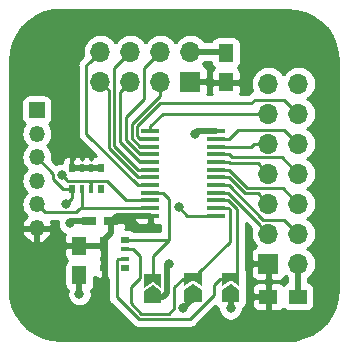
<source format=gbr>
G04 #@! TF.GenerationSoftware,KiCad,Pcbnew,5.0.0*
G04 #@! TF.CreationDate,2018-09-18T18:54:09-07:00*
G04 #@! TF.ProjectId,gpio-expander,6770696F2D657870616E6465722E6B69,rev?*
G04 #@! TF.SameCoordinates,Original*
G04 #@! TF.FileFunction,Copper,L1,Top,Signal*
G04 #@! TF.FilePolarity,Positive*
%FSLAX46Y46*%
G04 Gerber Fmt 4.6, Leading zero omitted, Abs format (unit mm)*
G04 Created by KiCad (PCBNEW 5.0.0) date Tue Sep 18 18:54:09 2018*
%MOMM*%
%LPD*%
G01*
G04 APERTURE LIST*
G04 #@! TA.AperFunction,SMDPad,CuDef*
%ADD10R,1.250000X1.500000*%
G04 #@! TD*
G04 #@! TA.AperFunction,ComponentPad*
%ADD11R,1.700000X1.700000*%
G04 #@! TD*
G04 #@! TA.AperFunction,ComponentPad*
%ADD12O,1.700000X1.700000*%
G04 #@! TD*
G04 #@! TA.AperFunction,SMDPad,CuDef*
%ADD13R,1.200000X0.750000*%
G04 #@! TD*
G04 #@! TA.AperFunction,SMDPad,CuDef*
%ADD14R,1.500000X1.250000*%
G04 #@! TD*
G04 #@! TA.AperFunction,ComponentPad*
%ADD15R,1.350000X1.350000*%
G04 #@! TD*
G04 #@! TA.AperFunction,ComponentPad*
%ADD16O,1.350000X1.350000*%
G04 #@! TD*
G04 #@! TA.AperFunction,SMDPad,CuDef*
%ADD17R,1.600000X0.300000*%
G04 #@! TD*
G04 #@! TA.AperFunction,SMDPad,CuDef*
%ADD18R,0.800000X0.500000*%
G04 #@! TD*
G04 #@! TA.AperFunction,SMDPad,CuDef*
%ADD19R,0.800000X0.400000*%
G04 #@! TD*
G04 #@! TA.AperFunction,SMDPad,CuDef*
%ADD20R,0.500000X0.800000*%
G04 #@! TD*
G04 #@! TA.AperFunction,SMDPad,CuDef*
%ADD21R,0.400000X0.800000*%
G04 #@! TD*
G04 #@! TA.AperFunction,SMDPad,CuDef*
%ADD22C,0.300000*%
G04 #@! TD*
G04 #@! TA.AperFunction,Conductor*
%ADD23C,0.100000*%
G04 #@! TD*
G04 #@! TA.AperFunction,ViaPad*
%ADD24C,0.800000*%
G04 #@! TD*
G04 #@! TA.AperFunction,Conductor*
%ADD25C,0.500000*%
G04 #@! TD*
G04 #@! TA.AperFunction,Conductor*
%ADD26C,0.250000*%
G04 #@! TD*
G04 #@! TA.AperFunction,Conductor*
%ADD27C,0.254000*%
G04 #@! TD*
G04 APERTURE END LIST*
D10*
G04 #@! TO.P,C4,1*
G04 #@! TO.N,+3V3*
X149600000Y-91450000D03*
G04 #@! TO.P,C4,2*
G04 #@! TO.N,GND*
X149600000Y-88950000D03*
G04 #@! TD*
D11*
G04 #@! TO.P,J2,1*
G04 #@! TO.N,+3V3*
X153200000Y-106800000D03*
D12*
G04 #@! TO.P,J2,2*
G04 #@! TO.N,GND*
X155740000Y-106800000D03*
G04 #@! TO.P,J2,3*
G04 #@! TO.N,/P00*
X153200000Y-104260000D03*
G04 #@! TO.P,J2,4*
G04 #@! TO.N,/P01*
X155740000Y-104260000D03*
G04 #@! TO.P,J2,5*
G04 #@! TO.N,/P02*
X153200000Y-101720000D03*
G04 #@! TO.P,J2,6*
G04 #@! TO.N,/P03*
X155740000Y-101720000D03*
G04 #@! TO.P,J2,7*
G04 #@! TO.N,/P04*
X153200000Y-99180000D03*
G04 #@! TO.P,J2,8*
G04 #@! TO.N,/P05*
X155740000Y-99180000D03*
G04 #@! TO.P,J2,9*
G04 #@! TO.N,/P06*
X153200000Y-96640000D03*
G04 #@! TO.P,J2,10*
G04 #@! TO.N,/P07*
X155740000Y-96640000D03*
G04 #@! TO.P,J2,11*
G04 #@! TO.N,/P10*
X153200000Y-94100000D03*
G04 #@! TO.P,J2,12*
G04 #@! TO.N,/P11*
X155740000Y-94100000D03*
G04 #@! TO.P,J2,13*
G04 #@! TO.N,GND*
X153200000Y-91560000D03*
G04 #@! TO.P,J2,14*
X155740000Y-91560000D03*
G04 #@! TD*
D13*
G04 #@! TO.P,C1,1*
G04 #@! TO.N,+3V3*
X139900000Y-103200000D03*
G04 #@! TO.P,C1,2*
G04 #@! TO.N,GND*
X138000000Y-103200000D03*
G04 #@! TD*
D10*
G04 #@! TO.P,C3,2*
G04 #@! TO.N,GND*
X137200000Y-107800000D03*
G04 #@! TO.P,C3,1*
G04 #@! TO.N,+3V3*
X137200000Y-105300000D03*
G04 #@! TD*
D14*
G04 #@! TO.P,C2,1*
G04 #@! TO.N,+3V3*
X153200000Y-109600000D03*
G04 #@! TO.P,C2,2*
G04 #@! TO.N,GND*
X155700000Y-109600000D03*
G04 #@! TD*
D15*
G04 #@! TO.P,J1,1*
G04 #@! TO.N,GND*
X133600000Y-93800000D03*
D16*
G04 #@! TO.P,J1,2*
X133600000Y-95800000D03*
G04 #@! TO.P,J1,3*
G04 #@! TO.N,/~INT*
X133600000Y-97800000D03*
G04 #@! TO.P,J1,4*
G04 #@! TO.N,/SCL*
X133600000Y-99800000D03*
G04 #@! TO.P,J1,5*
G04 #@! TO.N,/SDA*
X133600000Y-101800000D03*
G04 #@! TO.P,J1,6*
G04 #@! TO.N,+3V3*
X133600000Y-103800000D03*
G04 #@! TD*
D17*
G04 #@! TO.P,U1,24*
G04 #@! TO.N,+3V3*
X143200000Y-102750000D03*
G04 #@! TO.P,U1,1*
G04 #@! TO.N,/~INT*
X148800000Y-102750000D03*
G04 #@! TO.P,U1,23*
G04 #@! TO.N,/SDA*
X143200000Y-102100000D03*
G04 #@! TO.P,U1,2*
G04 #@! TO.N,/A1*
X148800000Y-102100000D03*
G04 #@! TO.P,U1,22*
G04 #@! TO.N,/SCL*
X143200000Y-101450000D03*
G04 #@! TO.P,U1,3*
G04 #@! TO.N,/A2*
X148800000Y-101450000D03*
G04 #@! TO.P,U1,21*
G04 #@! TO.N,/A0*
X143200000Y-100800000D03*
G04 #@! TO.P,U1,4*
G04 #@! TO.N,/P00*
X148800000Y-100800000D03*
G04 #@! TO.P,U1,20*
G04 #@! TO.N,/P17*
X143200000Y-100150000D03*
G04 #@! TO.P,U1,5*
G04 #@! TO.N,/P01*
X148800000Y-100150000D03*
G04 #@! TO.P,U1,19*
G04 #@! TO.N,/P16*
X143200000Y-99500000D03*
G04 #@! TO.P,U1,6*
G04 #@! TO.N,/P02*
X148800000Y-99500000D03*
G04 #@! TO.P,U1,18*
G04 #@! TO.N,/P15*
X143200000Y-98850000D03*
G04 #@! TO.P,U1,7*
G04 #@! TO.N,/P03*
X148800000Y-98850000D03*
G04 #@! TO.P,U1,17*
G04 #@! TO.N,/P14*
X143200000Y-98200000D03*
G04 #@! TO.P,U1,8*
G04 #@! TO.N,/P04*
X148800000Y-98200000D03*
G04 #@! TO.P,U1,16*
G04 #@! TO.N,/P13*
X143200000Y-97550000D03*
G04 #@! TO.P,U1,9*
G04 #@! TO.N,/P05*
X148800000Y-97550000D03*
G04 #@! TO.P,U1,15*
G04 #@! TO.N,/P12*
X143200000Y-96900000D03*
G04 #@! TO.P,U1,10*
G04 #@! TO.N,/P06*
X148800000Y-96900000D03*
G04 #@! TO.P,U1,14*
G04 #@! TO.N,/P11*
X143200000Y-96250000D03*
G04 #@! TO.P,U1,11*
G04 #@! TO.N,/P07*
X148800000Y-96250000D03*
G04 #@! TO.P,U1,13*
G04 #@! TO.N,/P10*
X143200000Y-95600000D03*
G04 #@! TO.P,U1,12*
G04 #@! TO.N,GND*
X148800000Y-95600000D03*
G04 #@! TD*
D11*
G04 #@! TO.P,J3,1*
G04 #@! TO.N,+3V3*
X146600000Y-91400000D03*
D12*
G04 #@! TO.P,J3,2*
G04 #@! TO.N,GND*
X146600000Y-88860000D03*
G04 #@! TO.P,J3,3*
G04 #@! TO.N,/P12*
X144060000Y-91400000D03*
G04 #@! TO.P,J3,4*
G04 #@! TO.N,/P13*
X144060000Y-88860000D03*
G04 #@! TO.P,J3,5*
G04 #@! TO.N,/P14*
X141520000Y-91400000D03*
G04 #@! TO.P,J3,6*
G04 #@! TO.N,/P15*
X141520000Y-88860000D03*
G04 #@! TO.P,J3,7*
G04 #@! TO.N,/P16*
X138980000Y-91400000D03*
G04 #@! TO.P,J3,8*
G04 #@! TO.N,/P17*
X138980000Y-88860000D03*
G04 #@! TD*
D18*
G04 #@! TO.P,RN2,5*
G04 #@! TO.N,Net-(RN2-Pad5)*
X141100000Y-107200000D03*
D19*
G04 #@! TO.P,RN2,6*
G04 #@! TO.N,/A2*
X141100000Y-106400000D03*
D18*
G04 #@! TO.P,RN2,8*
G04 #@! TO.N,/A0*
X141100000Y-104800000D03*
D19*
G04 #@! TO.P,RN2,7*
G04 #@! TO.N,/A1*
X141100000Y-105600000D03*
D18*
G04 #@! TO.P,RN2,4*
G04 #@! TO.N,+3V3*
X139300000Y-107200000D03*
D19*
G04 #@! TO.P,RN2,2*
X139300000Y-105600000D03*
G04 #@! TO.P,RN2,3*
X139300000Y-106400000D03*
D18*
G04 #@! TO.P,RN2,1*
X139300000Y-104800000D03*
G04 #@! TD*
D20*
G04 #@! TO.P,RN1,1*
G04 #@! TO.N,/~INT*
X136600000Y-100500000D03*
D21*
G04 #@! TO.P,RN1,3*
G04 #@! TO.N,/SCL*
X138200000Y-100500000D03*
G04 #@! TO.P,RN1,2*
G04 #@! TO.N,/SDA*
X137400000Y-100500000D03*
D20*
G04 #@! TO.P,RN1,4*
G04 #@! TO.N,Net-(RN1-Pad4)*
X139000000Y-100500000D03*
D21*
G04 #@! TO.P,RN1,7*
G04 #@! TO.N,+3V3*
X137400000Y-98700000D03*
D20*
G04 #@! TO.P,RN1,8*
X136600000Y-98700000D03*
D21*
G04 #@! TO.P,RN1,6*
X138200000Y-98700000D03*
D20*
G04 #@! TO.P,RN1,5*
X139000000Y-98700000D03*
G04 #@! TD*
D22*
G04 #@! TO.P,JP3,2*
G04 #@! TO.N,/A0*
X143400000Y-108200000D03*
D23*
G04 #@! TD*
G04 #@! TO.N,/A0*
G04 #@! TO.C,JP3*
G36*
X144150000Y-107700000D02*
X144150000Y-108850000D01*
X143400000Y-108350000D01*
X142650000Y-108850000D01*
X142650000Y-107700000D01*
X144150000Y-107700000D01*
X144150000Y-107700000D01*
G37*
D22*
G04 #@! TO.P,JP3,1*
G04 #@! TO.N,GND*
X143400000Y-109650000D03*
D23*
G04 #@! TD*
G04 #@! TO.N,GND*
G04 #@! TO.C,JP3*
G36*
X143400000Y-108650000D02*
X144150000Y-109150000D01*
X144150000Y-110150000D01*
X142650000Y-110150000D01*
X142650000Y-109150000D01*
X143400000Y-108650000D01*
X143400000Y-108650000D01*
G37*
D22*
G04 #@! TO.P,JP2,1*
G04 #@! TO.N,GND*
X146800000Y-109525000D03*
D23*
G04 #@! TD*
G04 #@! TO.N,GND*
G04 #@! TO.C,JP2*
G36*
X146800000Y-108525000D02*
X147550000Y-109025000D01*
X147550000Y-110025000D01*
X146050000Y-110025000D01*
X146050000Y-109025000D01*
X146800000Y-108525000D01*
X146800000Y-108525000D01*
G37*
D22*
G04 #@! TO.P,JP2,2*
G04 #@! TO.N,/A1*
X146800000Y-108075000D03*
D23*
G04 #@! TD*
G04 #@! TO.N,/A1*
G04 #@! TO.C,JP2*
G36*
X147550000Y-107575000D02*
X147550000Y-108725000D01*
X146800000Y-108225000D01*
X146050000Y-108725000D01*
X146050000Y-107575000D01*
X147550000Y-107575000D01*
X147550000Y-107575000D01*
G37*
D22*
G04 #@! TO.P,JP1,2*
G04 #@! TO.N,/A2*
X150000000Y-108075000D03*
D23*
G04 #@! TD*
G04 #@! TO.N,/A2*
G04 #@! TO.C,JP1*
G36*
X150750000Y-107575000D02*
X150750000Y-108725000D01*
X150000000Y-108225000D01*
X149250000Y-108725000D01*
X149250000Y-107575000D01*
X150750000Y-107575000D01*
X150750000Y-107575000D01*
G37*
D22*
G04 #@! TO.P,JP1,1*
G04 #@! TO.N,GND*
X150000000Y-109525000D03*
D23*
G04 #@! TD*
G04 #@! TO.N,GND*
G04 #@! TO.C,JP1*
G36*
X150000000Y-108525000D02*
X150750000Y-109025000D01*
X150750000Y-110025000D01*
X149250000Y-110025000D01*
X149250000Y-109025000D01*
X150000000Y-108525000D01*
X150000000Y-108525000D01*
G37*
D24*
G04 #@! TO.N,GND*
X147000000Y-95800000D03*
X146000000Y-110600000D03*
X144800000Y-106800000D03*
X136400000Y-103400000D03*
X150000000Y-110600000D03*
X137200000Y-109400000D03*
G04 #@! TO.N,/~INT*
X145600000Y-102000000D03*
X136086133Y-101746450D03*
G04 #@! TO.N,/SCL*
X135718978Y-99322499D03*
G04 #@! TD*
D25*
G04 #@! TO.N,GND*
X148800000Y-95600000D02*
X147200000Y-95600000D01*
X147200000Y-95600000D02*
X147000000Y-95800000D01*
X146800000Y-109525000D02*
X146800000Y-109800000D01*
X146800000Y-109800000D02*
X146000000Y-110600000D01*
X144600010Y-106999990D02*
X144800000Y-106800000D01*
X144600010Y-109299990D02*
X144600010Y-106999990D01*
X143400000Y-109650000D02*
X144250000Y-109650000D01*
X144250000Y-109650000D02*
X144600010Y-109299990D01*
X138000000Y-103200000D02*
X136600000Y-103200000D01*
X136600000Y-103200000D02*
X136400000Y-103400000D01*
X150075000Y-109600000D02*
X150000000Y-109525000D01*
X150000000Y-109525000D02*
X150000000Y-110600000D01*
X155700000Y-106840000D02*
X155740000Y-106800000D01*
X155700000Y-109600000D02*
X155700000Y-106840000D01*
X149510000Y-88860000D02*
X149600000Y-88950000D01*
X146600000Y-88860000D02*
X149510000Y-88860000D01*
X137200000Y-107800000D02*
X137200000Y-109400000D01*
G04 #@! TO.N,+3V3*
X140350000Y-102750000D02*
X139900000Y-103200000D01*
X143200000Y-102750000D02*
X140350000Y-102750000D01*
X139900000Y-104200000D02*
X139300000Y-104800000D01*
X139900000Y-103200000D02*
X139900000Y-104200000D01*
X139300000Y-105600000D02*
X139300000Y-106400000D01*
X139300000Y-106400000D02*
X139300000Y-107200000D01*
X139200000Y-105300000D02*
X139300000Y-105200000D01*
X137200000Y-105300000D02*
X139200000Y-105300000D01*
X139300000Y-104800000D02*
X139300000Y-105200000D01*
X139300000Y-105200000D02*
X139300000Y-105600000D01*
X139000000Y-98700000D02*
X138200000Y-98700000D01*
X138200000Y-98700000D02*
X137400000Y-98700000D01*
X137400000Y-98700000D02*
X136600000Y-98700000D01*
D26*
G04 #@! TO.N,/P00*
X153200000Y-104260000D02*
X152350001Y-103410001D01*
X149800000Y-100800000D02*
X148800000Y-100800000D01*
X152350001Y-103350001D02*
X149800000Y-100800000D01*
X149850000Y-100800000D02*
X149800000Y-100800000D01*
X152350001Y-103410001D02*
X152350001Y-103350001D01*
G04 #@! TO.N,/P01*
X149850000Y-100150000D02*
X148800000Y-100150000D01*
X152784999Y-103084999D02*
X149850000Y-100150000D01*
X154564999Y-103084999D02*
X152784999Y-103084999D01*
X155740000Y-104260000D02*
X154564999Y-103084999D01*
G04 #@! TO.N,/P02*
X149850000Y-99500000D02*
X148800000Y-99500000D01*
X153200000Y-101720000D02*
X152350001Y-100870001D01*
X151220001Y-100870001D02*
X149850000Y-99500000D01*
X152350001Y-100870001D02*
X151220001Y-100870001D01*
G04 #@! TO.N,/P03*
X149850000Y-98850000D02*
X148800000Y-98850000D01*
X151400000Y-100400000D02*
X149850000Y-98850000D01*
X154420000Y-100400000D02*
X151400000Y-100400000D01*
X155740000Y-101720000D02*
X154420000Y-100400000D01*
G04 #@! TO.N,/P04*
X149850000Y-98200000D02*
X148800000Y-98200000D01*
X149980001Y-98330001D02*
X149850000Y-98200000D01*
X152350001Y-98330001D02*
X149980001Y-98330001D01*
X153200000Y-99180000D02*
X152350001Y-98330001D01*
G04 #@! TO.N,/P05*
X155740000Y-99180000D02*
X154375001Y-97815001D01*
X154375001Y-97815001D02*
X150115001Y-97815001D01*
X149850000Y-97550000D02*
X148800000Y-97550000D01*
X150115001Y-97815001D02*
X149850000Y-97550000D01*
G04 #@! TO.N,/P06*
X149850000Y-96900000D02*
X148800000Y-96900000D01*
X151997919Y-96640000D02*
X151737919Y-96900000D01*
X151737919Y-96900000D02*
X149850000Y-96900000D01*
X153200000Y-96640000D02*
X151997919Y-96640000D01*
G04 #@! TO.N,/P07*
X149850000Y-96250000D02*
X148800000Y-96250000D01*
X154564999Y-95464999D02*
X150635001Y-95464999D01*
X150635001Y-95464999D02*
X149850000Y-96250000D01*
X155740000Y-96640000D02*
X154564999Y-95464999D01*
G04 #@! TO.N,/P10*
X143200000Y-95200000D02*
X143200000Y-95600000D01*
X144300000Y-94100000D02*
X143200000Y-95200000D01*
X144300000Y-94100000D02*
X153200000Y-94100000D01*
G04 #@! TO.N,/P11*
X142350033Y-96250000D02*
X143200000Y-96250000D01*
X144014989Y-93250009D02*
X142074999Y-95189999D01*
X142074999Y-95974966D02*
X142350033Y-96250000D01*
X142074999Y-95189999D02*
X142074999Y-95974966D01*
X154564999Y-92924999D02*
X152075001Y-92924999D01*
X155740000Y-94100000D02*
X154564999Y-92924999D01*
X151749991Y-93250009D02*
X144014989Y-93250009D01*
X152075001Y-92924999D02*
X151749991Y-93250009D01*
G04 #@! TO.N,/P12*
X143200000Y-96900000D02*
X142328587Y-96900000D01*
X141624988Y-96196401D02*
X141624988Y-95003599D01*
X142328587Y-96900000D02*
X141624988Y-96196401D01*
X141624990Y-95003598D02*
X143828589Y-92799999D01*
X141624988Y-95003599D02*
X141624990Y-95003598D01*
X143862082Y-92799999D02*
X144060000Y-92602081D01*
X144060000Y-92602081D02*
X144060000Y-91400000D01*
X143828589Y-92799999D02*
X143862082Y-92799999D01*
G04 #@! TO.N,/P13*
X141174977Y-96382800D02*
X141174977Y-94388612D01*
X143200000Y-97550000D02*
X142342177Y-97550000D01*
X142342177Y-97550000D02*
X141174977Y-96382800D01*
X143210001Y-89709999D02*
X144060000Y-88860000D01*
X142695001Y-90224999D02*
X143210001Y-89709999D01*
X142695001Y-92868588D02*
X142695001Y-90224999D01*
X141174977Y-94388612D02*
X142695001Y-92868588D01*
G04 #@! TO.N,/P14*
X140670001Y-92249999D02*
X141520000Y-91400000D01*
X140670001Y-96514253D02*
X140670001Y-92249999D01*
X142355748Y-98200000D02*
X140670001Y-96514253D01*
X143200000Y-98200000D02*
X142355748Y-98200000D01*
G04 #@! TO.N,/P15*
X143200000Y-98850000D02*
X142369338Y-98850000D01*
X140155001Y-96855001D02*
X142150000Y-98850000D01*
X142150000Y-98850000D02*
X143200000Y-98850000D01*
X141520000Y-88860000D02*
X140155001Y-90224999D01*
X140155001Y-90224999D02*
X140155001Y-96855001D01*
G04 #@! TO.N,/P16*
X143200000Y-99500000D02*
X142150000Y-99500000D01*
X139704991Y-92124991D02*
X138980000Y-91400000D01*
X142150000Y-99486410D02*
X139704991Y-97041401D01*
X139704991Y-97041401D02*
X139704991Y-92124991D01*
X142150000Y-99500000D02*
X142150000Y-99486410D01*
G04 #@! TO.N,/P17*
X137804999Y-90035001D02*
X138130001Y-89709999D01*
X138130001Y-89709999D02*
X138980000Y-88860000D01*
X137804999Y-95804999D02*
X137804999Y-90035001D01*
X142150000Y-100150000D02*
X137804999Y-95804999D01*
X143200000Y-100150000D02*
X142150000Y-100150000D01*
G04 #@! TO.N,/~INT*
X148800000Y-102750000D02*
X146350000Y-102750000D01*
X146350000Y-102750000D02*
X145600000Y-102000000D01*
X136600000Y-100500000D02*
X136600000Y-101232583D01*
X136600000Y-101232583D02*
X136486132Y-101346451D01*
X136486132Y-101346451D02*
X136086133Y-101746450D01*
X133600000Y-97800000D02*
X134993977Y-99193977D01*
X135823477Y-100500000D02*
X136600000Y-100500000D01*
X134993977Y-99670500D02*
X135823477Y-100500000D01*
X134993977Y-99193977D02*
X134993977Y-99670500D01*
G04 #@! TO.N,/SDA*
X137400000Y-100926998D02*
X137400000Y-100500000D01*
X134274999Y-102474999D02*
X133600000Y-101800000D01*
X137400000Y-100500000D02*
X137400000Y-102000000D01*
X136525001Y-102474999D02*
X136000000Y-102474999D01*
X136925001Y-102474999D02*
X136000000Y-102474999D01*
X136000000Y-102474999D02*
X134274999Y-102474999D01*
X143200000Y-102100000D02*
X137300000Y-102100000D01*
X137300000Y-102100000D02*
X137200000Y-102200000D01*
X137400000Y-102000000D02*
X137200000Y-102200000D01*
X137200000Y-102200000D02*
X136925001Y-102474999D01*
G04 #@! TO.N,/SCL*
X138275001Y-99774999D02*
X138200000Y-99850000D01*
X139510001Y-99774999D02*
X138275001Y-99774999D01*
X141185002Y-101450000D02*
X139510001Y-99774999D01*
X143200000Y-101450000D02*
X141185002Y-101450000D01*
X138200000Y-99850000D02*
X138200000Y-100000000D01*
X138200000Y-100000000D02*
X138200000Y-100500000D01*
X136171478Y-99774999D02*
X136118977Y-99722498D01*
X136118977Y-99722498D02*
X135718978Y-99322499D01*
X137974999Y-99774999D02*
X136171478Y-99774999D01*
X138200000Y-100000000D02*
X137974999Y-99774999D01*
G04 #@! TO.N,/A2*
X140374999Y-106475001D02*
X140450000Y-106400000D01*
X140374999Y-109647821D02*
X140374999Y-106475001D01*
X140450000Y-106400000D02*
X141100000Y-106400000D01*
X150000000Y-108075000D02*
X149150000Y-108075000D01*
X142227200Y-111500022D02*
X140374999Y-109647821D01*
X148600000Y-108625000D02*
X148600000Y-109434636D01*
X148600000Y-109434636D02*
X146534614Y-111500022D01*
X149150000Y-108075000D02*
X148600000Y-108625000D01*
X146534614Y-111500022D02*
X142227200Y-111500022D01*
X148800000Y-101450000D02*
X149813590Y-101450000D01*
X150570710Y-102207120D02*
X150570710Y-107504290D01*
X150570710Y-107504290D02*
X150000000Y-108075000D01*
X149813590Y-101450000D02*
X150570710Y-102207120D01*
G04 #@! TO.N,/A1*
X141549989Y-110186400D02*
X142413600Y-111050011D01*
X145250011Y-110586400D02*
X145250011Y-108774989D01*
X145250011Y-108774989D02*
X145950000Y-108075000D01*
X142413600Y-111050011D02*
X144786400Y-111050011D01*
X141549989Y-108813600D02*
X141549989Y-110186400D01*
X141750000Y-105600000D02*
X142324990Y-106174990D01*
X145950000Y-108075000D02*
X146800000Y-108075000D01*
X144786400Y-111050011D02*
X145250011Y-110586400D01*
X141100000Y-105600000D02*
X141750000Y-105600000D01*
X142324990Y-108038599D02*
X141549989Y-108813600D01*
X142324990Y-106174990D02*
X142324990Y-108038599D01*
X149925001Y-102197821D02*
X149925001Y-104949999D01*
X149925001Y-104949999D02*
X147370710Y-107504290D01*
X147370710Y-107504290D02*
X146800000Y-108075000D01*
X149827180Y-102100000D02*
X149925001Y-102197821D01*
X148800000Y-102100000D02*
X149827180Y-102100000D01*
G04 #@! TO.N,/A0*
X143200000Y-100800000D02*
X144250000Y-100800000D01*
X144250000Y-100800000D02*
X144800000Y-101350000D01*
X141750000Y-104800000D02*
X144800000Y-104800000D01*
X141100000Y-104800000D02*
X141750000Y-104800000D01*
X144800000Y-101350000D02*
X144800000Y-104800000D01*
X143400000Y-107600000D02*
X143400000Y-108200000D01*
X144800000Y-104800000D02*
X143400000Y-106200000D01*
X143400000Y-106200000D02*
X143400000Y-107600000D01*
G04 #@! TD*
D27*
G04 #@! TO.N,+3V3*
G36*
X155559192Y-85380578D02*
X156294389Y-85581705D01*
X156982351Y-85909846D01*
X157601331Y-86354628D01*
X158131761Y-86901988D01*
X158556884Y-87534639D01*
X158863251Y-88232561D01*
X159042499Y-88979183D01*
X159090001Y-89626044D01*
X159090000Y-108968382D01*
X159019422Y-109759193D01*
X158818295Y-110494389D01*
X158490152Y-111182355D01*
X158045374Y-111801328D01*
X157498012Y-112331761D01*
X156865362Y-112756883D01*
X156167439Y-113063251D01*
X155420819Y-113242499D01*
X154773970Y-113290000D01*
X135631618Y-113290000D01*
X134840807Y-113219422D01*
X134105611Y-113018295D01*
X133417645Y-112690152D01*
X132798672Y-112245374D01*
X132268239Y-111698012D01*
X131843117Y-111065362D01*
X131536749Y-110367439D01*
X131357501Y-109620819D01*
X131310000Y-108973970D01*
X131310000Y-104129400D01*
X132332090Y-104129400D01*
X132362762Y-104230528D01*
X132470527Y-104463629D01*
X132621697Y-104671227D01*
X132810463Y-104845344D01*
X133029570Y-104979289D01*
X133270599Y-105067915D01*
X133473000Y-104945085D01*
X133473000Y-103927000D01*
X133727000Y-103927000D01*
X133727000Y-104945085D01*
X133929401Y-105067915D01*
X134170430Y-104979289D01*
X134389537Y-104845344D01*
X134578303Y-104671227D01*
X134729473Y-104463629D01*
X134837238Y-104230528D01*
X134867910Y-104129400D01*
X134744224Y-103927000D01*
X133727000Y-103927000D01*
X133473000Y-103927000D01*
X132455776Y-103927000D01*
X132332090Y-104129400D01*
X131310000Y-104129400D01*
X131310000Y-95800000D01*
X132283662Y-95800000D01*
X132308955Y-96056805D01*
X132383862Y-96303741D01*
X132505505Y-96531318D01*
X132669208Y-96730792D01*
X132753539Y-96800000D01*
X132669208Y-96869208D01*
X132505505Y-97068682D01*
X132383862Y-97296259D01*
X132308955Y-97543195D01*
X132283662Y-97800000D01*
X132308955Y-98056805D01*
X132383862Y-98303741D01*
X132505505Y-98531318D01*
X132669208Y-98730792D01*
X132753539Y-98800000D01*
X132669208Y-98869208D01*
X132505505Y-99068682D01*
X132383862Y-99296259D01*
X132308955Y-99543195D01*
X132283662Y-99800000D01*
X132308955Y-100056805D01*
X132383862Y-100303741D01*
X132505505Y-100531318D01*
X132669208Y-100730792D01*
X132753539Y-100800000D01*
X132669208Y-100869208D01*
X132505505Y-101068682D01*
X132383862Y-101296259D01*
X132308955Y-101543195D01*
X132283662Y-101800000D01*
X132308955Y-102056805D01*
X132383862Y-102303741D01*
X132505505Y-102531318D01*
X132669208Y-102730792D01*
X132757648Y-102803372D01*
X132621697Y-102928773D01*
X132470527Y-103136371D01*
X132362762Y-103369472D01*
X132332090Y-103470600D01*
X132455776Y-103673000D01*
X133473000Y-103673000D01*
X133473000Y-103653000D01*
X133727000Y-103653000D01*
X133727000Y-103673000D01*
X134744224Y-103673000D01*
X134867910Y-103470600D01*
X134837238Y-103369472D01*
X134775070Y-103234999D01*
X135377544Y-103234999D01*
X135365000Y-103298061D01*
X135365000Y-103501939D01*
X135404774Y-103701898D01*
X135482795Y-103890256D01*
X135596063Y-104059774D01*
X135740226Y-104203937D01*
X135909744Y-104317205D01*
X135973217Y-104343497D01*
X135964403Y-104364777D01*
X135940000Y-104487458D01*
X135940000Y-105014250D01*
X136098750Y-105173000D01*
X137073000Y-105173000D01*
X137073000Y-105153000D01*
X137327000Y-105153000D01*
X137327000Y-105173000D01*
X137347000Y-105173000D01*
X137347000Y-105427000D01*
X137327000Y-105427000D01*
X137327000Y-105447000D01*
X137073000Y-105447000D01*
X137073000Y-105427000D01*
X136098750Y-105427000D01*
X135940000Y-105585750D01*
X135940000Y-106112542D01*
X135964403Y-106235223D01*
X136012270Y-106350785D01*
X136081763Y-106454789D01*
X136170211Y-106543237D01*
X136181966Y-106551092D01*
X136123815Y-106598815D01*
X136044463Y-106695506D01*
X135985498Y-106805820D01*
X135949188Y-106925518D01*
X135936928Y-107050000D01*
X135936928Y-108550000D01*
X135949188Y-108674482D01*
X135985498Y-108794180D01*
X136044463Y-108904494D01*
X136123815Y-109001185D01*
X136214195Y-109075358D01*
X136204774Y-109098102D01*
X136165000Y-109298061D01*
X136165000Y-109501939D01*
X136204774Y-109701898D01*
X136282795Y-109890256D01*
X136396063Y-110059774D01*
X136540226Y-110203937D01*
X136709744Y-110317205D01*
X136898102Y-110395226D01*
X137098061Y-110435000D01*
X137301939Y-110435000D01*
X137501898Y-110395226D01*
X137690256Y-110317205D01*
X137859774Y-110203937D01*
X138003937Y-110059774D01*
X138117205Y-109890256D01*
X138195226Y-109701898D01*
X138235000Y-109501939D01*
X138235000Y-109298061D01*
X138195226Y-109098102D01*
X138185805Y-109075358D01*
X138276185Y-109001185D01*
X138355537Y-108904494D01*
X138414502Y-108794180D01*
X138450812Y-108674482D01*
X138463072Y-108550000D01*
X138463072Y-107911098D01*
X138495211Y-107943237D01*
X138599215Y-108012730D01*
X138714777Y-108060597D01*
X138837458Y-108085000D01*
X139014250Y-108085000D01*
X139173000Y-107926250D01*
X139173000Y-107325000D01*
X139153000Y-107325000D01*
X139153000Y-107096250D01*
X139173000Y-107076250D01*
X139173000Y-106473750D01*
X139153000Y-106453750D01*
X139153000Y-106300000D01*
X139173000Y-106300000D01*
X139173000Y-105700000D01*
X139153000Y-105700000D01*
X139153000Y-105546250D01*
X139173000Y-105526250D01*
X139173000Y-104923750D01*
X139153000Y-104903750D01*
X139153000Y-104675000D01*
X139173000Y-104675000D01*
X139173000Y-104653000D01*
X139427000Y-104653000D01*
X139427000Y-104675000D01*
X139447000Y-104675000D01*
X139447000Y-104903750D01*
X139427000Y-104923750D01*
X139427000Y-105526250D01*
X139447000Y-105546250D01*
X139447000Y-105700000D01*
X139427000Y-105700000D01*
X139427000Y-106300000D01*
X139447000Y-106300000D01*
X139447000Y-106453750D01*
X139427000Y-106473750D01*
X139427000Y-107076250D01*
X139447000Y-107096250D01*
X139447000Y-107325000D01*
X139427000Y-107325000D01*
X139427000Y-107926250D01*
X139585750Y-108085000D01*
X139614999Y-108085000D01*
X139614999Y-109610498D01*
X139611323Y-109647821D01*
X139614999Y-109685143D01*
X139614999Y-109685153D01*
X139625996Y-109796806D01*
X139659418Y-109906985D01*
X139669453Y-109940067D01*
X139740025Y-110072097D01*
X139772725Y-110111942D01*
X139834998Y-110187822D01*
X139864002Y-110211625D01*
X141663401Y-112011025D01*
X141687199Y-112040023D01*
X141802924Y-112134996D01*
X141934953Y-112205568D01*
X142078214Y-112249025D01*
X142189867Y-112260022D01*
X142189875Y-112260022D01*
X142227200Y-112263698D01*
X142264525Y-112260022D01*
X146497292Y-112260022D01*
X146534614Y-112263698D01*
X146571936Y-112260022D01*
X146571947Y-112260022D01*
X146683600Y-112249025D01*
X146826861Y-112205568D01*
X146958890Y-112134996D01*
X147074615Y-112040023D01*
X147098418Y-112011019D01*
X148724187Y-110385251D01*
X148798815Y-110476185D01*
X148895506Y-110555537D01*
X148965000Y-110592683D01*
X148965000Y-110701939D01*
X149004774Y-110901898D01*
X149082795Y-111090256D01*
X149196063Y-111259774D01*
X149340226Y-111403937D01*
X149509744Y-111517205D01*
X149698102Y-111595226D01*
X149898061Y-111635000D01*
X150101939Y-111635000D01*
X150301898Y-111595226D01*
X150490256Y-111517205D01*
X150659774Y-111403937D01*
X150803937Y-111259774D01*
X150917205Y-111090256D01*
X150995226Y-110901898D01*
X151035000Y-110701939D01*
X151035000Y-110592683D01*
X151104494Y-110555537D01*
X151201185Y-110476185D01*
X151280537Y-110379494D01*
X151339502Y-110269180D01*
X151375812Y-110149482D01*
X151388072Y-110025000D01*
X151388072Y-109885750D01*
X151815000Y-109885750D01*
X151815000Y-110287542D01*
X151839403Y-110410223D01*
X151887270Y-110525785D01*
X151956763Y-110629789D01*
X152045211Y-110718237D01*
X152149215Y-110787730D01*
X152264777Y-110835597D01*
X152387458Y-110860000D01*
X152914250Y-110860000D01*
X153073000Y-110701250D01*
X153073000Y-109727000D01*
X151973750Y-109727000D01*
X151815000Y-109885750D01*
X151388072Y-109885750D01*
X151388072Y-109025000D01*
X151376929Y-108912458D01*
X151815000Y-108912458D01*
X151815000Y-109314250D01*
X151973750Y-109473000D01*
X153073000Y-109473000D01*
X153073000Y-108498750D01*
X152914250Y-108340000D01*
X152387458Y-108340000D01*
X152264777Y-108364403D01*
X152149215Y-108412270D01*
X152045211Y-108481763D01*
X151956763Y-108570211D01*
X151887270Y-108674215D01*
X151839403Y-108789777D01*
X151815000Y-108912458D01*
X151376929Y-108912458D01*
X151375681Y-108899864D01*
X151368091Y-108874936D01*
X151375812Y-108849482D01*
X151388072Y-108725000D01*
X151388072Y-107575000D01*
X151375812Y-107450518D01*
X151339502Y-107330820D01*
X151330710Y-107314372D01*
X151330710Y-107085750D01*
X151715000Y-107085750D01*
X151715000Y-107712542D01*
X151739403Y-107835223D01*
X151787270Y-107950785D01*
X151856763Y-108054789D01*
X151945211Y-108143237D01*
X152049215Y-108212730D01*
X152164777Y-108260597D01*
X152287458Y-108285000D01*
X152914250Y-108285000D01*
X153073000Y-108126250D01*
X153073000Y-106927000D01*
X151873750Y-106927000D01*
X151715000Y-107085750D01*
X151330710Y-107085750D01*
X151330710Y-103405512D01*
X151663987Y-103738789D01*
X151715027Y-103834277D01*
X151749092Y-103875785D01*
X151760510Y-103889697D01*
X151736487Y-103968889D01*
X151707815Y-104260000D01*
X151736487Y-104551111D01*
X151821401Y-104831034D01*
X151959294Y-105089014D01*
X152144866Y-105315134D01*
X152172553Y-105337856D01*
X152164777Y-105339403D01*
X152049215Y-105387270D01*
X151945211Y-105456763D01*
X151856763Y-105545211D01*
X151787270Y-105649215D01*
X151739403Y-105764777D01*
X151715000Y-105887458D01*
X151715000Y-106514250D01*
X151873750Y-106673000D01*
X153073000Y-106673000D01*
X153073000Y-106653000D01*
X153327000Y-106653000D01*
X153327000Y-106673000D01*
X153347000Y-106673000D01*
X153347000Y-106927000D01*
X153327000Y-106927000D01*
X153327000Y-108126250D01*
X153485750Y-108285000D01*
X154112542Y-108285000D01*
X154235223Y-108260597D01*
X154350785Y-108212730D01*
X154454789Y-108143237D01*
X154543237Y-108054789D01*
X154612730Y-107950785D01*
X154660597Y-107835223D01*
X154662144Y-107827447D01*
X154684866Y-107855134D01*
X154815001Y-107961933D01*
X154815000Y-108352378D01*
X154705820Y-108385498D01*
X154595506Y-108444463D01*
X154498815Y-108523815D01*
X154451092Y-108581966D01*
X154443237Y-108570211D01*
X154354789Y-108481763D01*
X154250785Y-108412270D01*
X154135223Y-108364403D01*
X154012542Y-108340000D01*
X153485750Y-108340000D01*
X153327000Y-108498750D01*
X153327000Y-109473000D01*
X153347000Y-109473000D01*
X153347000Y-109727000D01*
X153327000Y-109727000D01*
X153327000Y-110701250D01*
X153485750Y-110860000D01*
X154012542Y-110860000D01*
X154135223Y-110835597D01*
X154250785Y-110787730D01*
X154354789Y-110718237D01*
X154443237Y-110629789D01*
X154451092Y-110618034D01*
X154498815Y-110676185D01*
X154595506Y-110755537D01*
X154705820Y-110814502D01*
X154825518Y-110850812D01*
X154950000Y-110863072D01*
X156450000Y-110863072D01*
X156574482Y-110850812D01*
X156694180Y-110814502D01*
X156804494Y-110755537D01*
X156901185Y-110676185D01*
X156980537Y-110579494D01*
X157039502Y-110469180D01*
X157075812Y-110349482D01*
X157088072Y-110225000D01*
X157088072Y-108975000D01*
X157075812Y-108850518D01*
X157039502Y-108730820D01*
X156980537Y-108620506D01*
X156901185Y-108523815D01*
X156804494Y-108444463D01*
X156694180Y-108385498D01*
X156585000Y-108352379D01*
X156585000Y-108027587D01*
X156795134Y-107855134D01*
X156980706Y-107629014D01*
X157118599Y-107371034D01*
X157203513Y-107091111D01*
X157232185Y-106800000D01*
X157203513Y-106508889D01*
X157118599Y-106228966D01*
X156980706Y-105970986D01*
X156795134Y-105744866D01*
X156569014Y-105559294D01*
X156514209Y-105530000D01*
X156569014Y-105500706D01*
X156795134Y-105315134D01*
X156980706Y-105089014D01*
X157118599Y-104831034D01*
X157203513Y-104551111D01*
X157232185Y-104260000D01*
X157203513Y-103968889D01*
X157118599Y-103688966D01*
X156980706Y-103430986D01*
X156795134Y-103204866D01*
X156569014Y-103019294D01*
X156514209Y-102990000D01*
X156569014Y-102960706D01*
X156795134Y-102775134D01*
X156980706Y-102549014D01*
X157118599Y-102291034D01*
X157203513Y-102011111D01*
X157232185Y-101720000D01*
X157203513Y-101428889D01*
X157118599Y-101148966D01*
X156980706Y-100890986D01*
X156795134Y-100664866D01*
X156569014Y-100479294D01*
X156514209Y-100450000D01*
X156569014Y-100420706D01*
X156795134Y-100235134D01*
X156980706Y-100009014D01*
X157118599Y-99751034D01*
X157203513Y-99471111D01*
X157232185Y-99180000D01*
X157203513Y-98888889D01*
X157118599Y-98608966D01*
X156980706Y-98350986D01*
X156795134Y-98124866D01*
X156569014Y-97939294D01*
X156514209Y-97910000D01*
X156569014Y-97880706D01*
X156795134Y-97695134D01*
X156980706Y-97469014D01*
X157118599Y-97211034D01*
X157203513Y-96931111D01*
X157232185Y-96640000D01*
X157203513Y-96348889D01*
X157118599Y-96068966D01*
X156980706Y-95810986D01*
X156795134Y-95584866D01*
X156569014Y-95399294D01*
X156514209Y-95370000D01*
X156569014Y-95340706D01*
X156795134Y-95155134D01*
X156980706Y-94929014D01*
X157118599Y-94671034D01*
X157203513Y-94391111D01*
X157232185Y-94100000D01*
X157203513Y-93808889D01*
X157118599Y-93528966D01*
X156980706Y-93270986D01*
X156795134Y-93044866D01*
X156569014Y-92859294D01*
X156514209Y-92830000D01*
X156569014Y-92800706D01*
X156795134Y-92615134D01*
X156980706Y-92389014D01*
X157118599Y-92131034D01*
X157203513Y-91851111D01*
X157232185Y-91560000D01*
X157203513Y-91268889D01*
X157118599Y-90988966D01*
X156980706Y-90730986D01*
X156795134Y-90504866D01*
X156569014Y-90319294D01*
X156311034Y-90181401D01*
X156031111Y-90096487D01*
X155812950Y-90075000D01*
X155667050Y-90075000D01*
X155448889Y-90096487D01*
X155168966Y-90181401D01*
X154910986Y-90319294D01*
X154684866Y-90504866D01*
X154499294Y-90730986D01*
X154470000Y-90785791D01*
X154440706Y-90730986D01*
X154255134Y-90504866D01*
X154029014Y-90319294D01*
X153771034Y-90181401D01*
X153491111Y-90096487D01*
X153272950Y-90075000D01*
X153127050Y-90075000D01*
X152908889Y-90096487D01*
X152628966Y-90181401D01*
X152370986Y-90319294D01*
X152144866Y-90504866D01*
X151959294Y-90730986D01*
X151821401Y-90988966D01*
X151736487Y-91268889D01*
X151707815Y-91560000D01*
X151736487Y-91851111D01*
X151821401Y-92131034D01*
X151856676Y-92197029D01*
X151782754Y-92219453D01*
X151650725Y-92290025D01*
X151535000Y-92384998D01*
X151511197Y-92414002D01*
X151435190Y-92490009D01*
X150792194Y-92490009D01*
X150835597Y-92385223D01*
X150860000Y-92262542D01*
X150860000Y-91735750D01*
X150701250Y-91577000D01*
X149727000Y-91577000D01*
X149727000Y-91597000D01*
X149473000Y-91597000D01*
X149473000Y-91577000D01*
X148498750Y-91577000D01*
X148340000Y-91735750D01*
X148340000Y-92262542D01*
X148364403Y-92385223D01*
X148407806Y-92490009D01*
X148037904Y-92490009D01*
X148060597Y-92435223D01*
X148085000Y-92312542D01*
X148085000Y-91685750D01*
X147926250Y-91527000D01*
X146727000Y-91527000D01*
X146727000Y-91547000D01*
X146473000Y-91547000D01*
X146473000Y-91527000D01*
X146453000Y-91527000D01*
X146453000Y-91273000D01*
X146473000Y-91273000D01*
X146473000Y-91253000D01*
X146727000Y-91253000D01*
X146727000Y-91273000D01*
X147926250Y-91273000D01*
X148085000Y-91114250D01*
X148085000Y-90487458D01*
X148060597Y-90364777D01*
X148012730Y-90249215D01*
X147943237Y-90145211D01*
X147854789Y-90056763D01*
X147750785Y-89987270D01*
X147635223Y-89939403D01*
X147627447Y-89937856D01*
X147655134Y-89915134D01*
X147794759Y-89745000D01*
X148341360Y-89745000D01*
X148349188Y-89824482D01*
X148385498Y-89944180D01*
X148444463Y-90054494D01*
X148523815Y-90151185D01*
X148581966Y-90198908D01*
X148570211Y-90206763D01*
X148481763Y-90295211D01*
X148412270Y-90399215D01*
X148364403Y-90514777D01*
X148340000Y-90637458D01*
X148340000Y-91164250D01*
X148498750Y-91323000D01*
X149473000Y-91323000D01*
X149473000Y-91303000D01*
X149727000Y-91303000D01*
X149727000Y-91323000D01*
X150701250Y-91323000D01*
X150860000Y-91164250D01*
X150860000Y-90637458D01*
X150835597Y-90514777D01*
X150787730Y-90399215D01*
X150718237Y-90295211D01*
X150629789Y-90206763D01*
X150618034Y-90198908D01*
X150676185Y-90151185D01*
X150755537Y-90054494D01*
X150814502Y-89944180D01*
X150850812Y-89824482D01*
X150863072Y-89700000D01*
X150863072Y-88200000D01*
X150850812Y-88075518D01*
X150814502Y-87955820D01*
X150755537Y-87845506D01*
X150676185Y-87748815D01*
X150579494Y-87669463D01*
X150469180Y-87610498D01*
X150349482Y-87574188D01*
X150225000Y-87561928D01*
X148975000Y-87561928D01*
X148850518Y-87574188D01*
X148730820Y-87610498D01*
X148620506Y-87669463D01*
X148523815Y-87748815D01*
X148444463Y-87845506D01*
X148385498Y-87955820D01*
X148379680Y-87975000D01*
X147794759Y-87975000D01*
X147655134Y-87804866D01*
X147429014Y-87619294D01*
X147171034Y-87481401D01*
X146891111Y-87396487D01*
X146672950Y-87375000D01*
X146527050Y-87375000D01*
X146308889Y-87396487D01*
X146028966Y-87481401D01*
X145770986Y-87619294D01*
X145544866Y-87804866D01*
X145359294Y-88030986D01*
X145330000Y-88085791D01*
X145300706Y-88030986D01*
X145115134Y-87804866D01*
X144889014Y-87619294D01*
X144631034Y-87481401D01*
X144351111Y-87396487D01*
X144132950Y-87375000D01*
X143987050Y-87375000D01*
X143768889Y-87396487D01*
X143488966Y-87481401D01*
X143230986Y-87619294D01*
X143004866Y-87804866D01*
X142819294Y-88030986D01*
X142790000Y-88085791D01*
X142760706Y-88030986D01*
X142575134Y-87804866D01*
X142349014Y-87619294D01*
X142091034Y-87481401D01*
X141811111Y-87396487D01*
X141592950Y-87375000D01*
X141447050Y-87375000D01*
X141228889Y-87396487D01*
X140948966Y-87481401D01*
X140690986Y-87619294D01*
X140464866Y-87804866D01*
X140279294Y-88030986D01*
X140250000Y-88085791D01*
X140220706Y-88030986D01*
X140035134Y-87804866D01*
X139809014Y-87619294D01*
X139551034Y-87481401D01*
X139271111Y-87396487D01*
X139052950Y-87375000D01*
X138907050Y-87375000D01*
X138688889Y-87396487D01*
X138408966Y-87481401D01*
X138150986Y-87619294D01*
X137924866Y-87804866D01*
X137739294Y-88030986D01*
X137601401Y-88288966D01*
X137516487Y-88568889D01*
X137487815Y-88860000D01*
X137516487Y-89151111D01*
X137539203Y-89225996D01*
X137293997Y-89471202D01*
X137264999Y-89495000D01*
X137241201Y-89523998D01*
X137241200Y-89523999D01*
X137170025Y-89610725D01*
X137099453Y-89742755D01*
X137055997Y-89886016D01*
X137041323Y-90035001D01*
X137045000Y-90072333D01*
X137044999Y-95767676D01*
X137041323Y-95804999D01*
X137044999Y-95842321D01*
X137044999Y-95842331D01*
X137055996Y-95953984D01*
X137097248Y-96089977D01*
X137099453Y-96097245D01*
X137170025Y-96229275D01*
X137201160Y-96267213D01*
X137264998Y-96345000D01*
X137294002Y-96368803D01*
X138606335Y-97681136D01*
X138575000Y-97687369D01*
X138462542Y-97665000D01*
X138458750Y-97665000D01*
X138300000Y-97823750D01*
X138300000Y-97851974D01*
X138256763Y-97895211D01*
X138187270Y-97999215D01*
X138175000Y-98028838D01*
X138162730Y-97999215D01*
X138100000Y-97905333D01*
X138100000Y-97823750D01*
X137941250Y-97665000D01*
X137937458Y-97665000D01*
X137814777Y-97689403D01*
X137800000Y-97695524D01*
X137785223Y-97689403D01*
X137662542Y-97665000D01*
X137658750Y-97665000D01*
X137500000Y-97823750D01*
X137500000Y-97905333D01*
X137437270Y-97999215D01*
X137425000Y-98028838D01*
X137412730Y-97999215D01*
X137343237Y-97895211D01*
X137300000Y-97851974D01*
X137300000Y-97823750D01*
X137141250Y-97665000D01*
X137137458Y-97665000D01*
X137025000Y-97687369D01*
X136912542Y-97665000D01*
X136883750Y-97665000D01*
X136725000Y-97823750D01*
X136725000Y-97876974D01*
X136706763Y-97895211D01*
X136637270Y-97999215D01*
X136589403Y-98114777D01*
X136565000Y-98237458D01*
X136565000Y-98414250D01*
X136723750Y-98573000D01*
X137326250Y-98573000D01*
X137425000Y-98474250D01*
X137500000Y-98549250D01*
X137500000Y-98573000D01*
X138100000Y-98573000D01*
X138100000Y-98549250D01*
X138175000Y-98474250D01*
X138273750Y-98573000D01*
X138876250Y-98573000D01*
X138896250Y-98553000D01*
X139125000Y-98553000D01*
X139125000Y-98573000D01*
X139147000Y-98573000D01*
X139147000Y-98827000D01*
X139125000Y-98827000D01*
X139125000Y-98847000D01*
X138896250Y-98847000D01*
X138876250Y-98827000D01*
X138273750Y-98827000D01*
X138253750Y-98847000D01*
X138100000Y-98847000D01*
X138100000Y-98827000D01*
X137500000Y-98827000D01*
X137500000Y-98847000D01*
X137346250Y-98847000D01*
X137326250Y-98827000D01*
X136723750Y-98827000D01*
X136703750Y-98847000D01*
X136642295Y-98847000D01*
X136636183Y-98832243D01*
X136522915Y-98662725D01*
X136453000Y-98592810D01*
X136453000Y-98573000D01*
X136475000Y-98573000D01*
X136475000Y-97823750D01*
X136316250Y-97665000D01*
X136287458Y-97665000D01*
X136164777Y-97689403D01*
X136049215Y-97737270D01*
X135945211Y-97806763D01*
X135856763Y-97895211D01*
X135787270Y-97999215D01*
X135739403Y-98114777D01*
X135715000Y-98237458D01*
X135715000Y-98287499D01*
X135617039Y-98287499D01*
X135417080Y-98327273D01*
X135265049Y-98390247D01*
X134894682Y-98019880D01*
X134916338Y-97800000D01*
X134891045Y-97543195D01*
X134816138Y-97296259D01*
X134694495Y-97068682D01*
X134530792Y-96869208D01*
X134446461Y-96800000D01*
X134530792Y-96730792D01*
X134694495Y-96531318D01*
X134816138Y-96303741D01*
X134891045Y-96056805D01*
X134916338Y-95800000D01*
X134891045Y-95543195D01*
X134816138Y-95296259D01*
X134694495Y-95068682D01*
X134637369Y-94999074D01*
X134726185Y-94926185D01*
X134805537Y-94829494D01*
X134864502Y-94719180D01*
X134900812Y-94599482D01*
X134913072Y-94475000D01*
X134913072Y-93125000D01*
X134900812Y-93000518D01*
X134864502Y-92880820D01*
X134805537Y-92770506D01*
X134726185Y-92673815D01*
X134629494Y-92594463D01*
X134519180Y-92535498D01*
X134399482Y-92499188D01*
X134275000Y-92486928D01*
X132925000Y-92486928D01*
X132800518Y-92499188D01*
X132680820Y-92535498D01*
X132570506Y-92594463D01*
X132473815Y-92673815D01*
X132394463Y-92770506D01*
X132335498Y-92880820D01*
X132299188Y-93000518D01*
X132286928Y-93125000D01*
X132286928Y-94475000D01*
X132299188Y-94599482D01*
X132335498Y-94719180D01*
X132394463Y-94829494D01*
X132473815Y-94926185D01*
X132562631Y-94999074D01*
X132505505Y-95068682D01*
X132383862Y-95296259D01*
X132308955Y-95543195D01*
X132283662Y-95800000D01*
X131310000Y-95800000D01*
X131310000Y-89631618D01*
X131380578Y-88840808D01*
X131581705Y-88105611D01*
X131909846Y-87417649D01*
X132354628Y-86798669D01*
X132901988Y-86268239D01*
X133534639Y-85843116D01*
X134232561Y-85536749D01*
X134979183Y-85357501D01*
X135626030Y-85310000D01*
X154768382Y-85310000D01*
X155559192Y-85380578D01*
X155559192Y-85380578D01*
G37*
X155559192Y-85380578D02*
X156294389Y-85581705D01*
X156982351Y-85909846D01*
X157601331Y-86354628D01*
X158131761Y-86901988D01*
X158556884Y-87534639D01*
X158863251Y-88232561D01*
X159042499Y-88979183D01*
X159090001Y-89626044D01*
X159090000Y-108968382D01*
X159019422Y-109759193D01*
X158818295Y-110494389D01*
X158490152Y-111182355D01*
X158045374Y-111801328D01*
X157498012Y-112331761D01*
X156865362Y-112756883D01*
X156167439Y-113063251D01*
X155420819Y-113242499D01*
X154773970Y-113290000D01*
X135631618Y-113290000D01*
X134840807Y-113219422D01*
X134105611Y-113018295D01*
X133417645Y-112690152D01*
X132798672Y-112245374D01*
X132268239Y-111698012D01*
X131843117Y-111065362D01*
X131536749Y-110367439D01*
X131357501Y-109620819D01*
X131310000Y-108973970D01*
X131310000Y-104129400D01*
X132332090Y-104129400D01*
X132362762Y-104230528D01*
X132470527Y-104463629D01*
X132621697Y-104671227D01*
X132810463Y-104845344D01*
X133029570Y-104979289D01*
X133270599Y-105067915D01*
X133473000Y-104945085D01*
X133473000Y-103927000D01*
X133727000Y-103927000D01*
X133727000Y-104945085D01*
X133929401Y-105067915D01*
X134170430Y-104979289D01*
X134389537Y-104845344D01*
X134578303Y-104671227D01*
X134729473Y-104463629D01*
X134837238Y-104230528D01*
X134867910Y-104129400D01*
X134744224Y-103927000D01*
X133727000Y-103927000D01*
X133473000Y-103927000D01*
X132455776Y-103927000D01*
X132332090Y-104129400D01*
X131310000Y-104129400D01*
X131310000Y-95800000D01*
X132283662Y-95800000D01*
X132308955Y-96056805D01*
X132383862Y-96303741D01*
X132505505Y-96531318D01*
X132669208Y-96730792D01*
X132753539Y-96800000D01*
X132669208Y-96869208D01*
X132505505Y-97068682D01*
X132383862Y-97296259D01*
X132308955Y-97543195D01*
X132283662Y-97800000D01*
X132308955Y-98056805D01*
X132383862Y-98303741D01*
X132505505Y-98531318D01*
X132669208Y-98730792D01*
X132753539Y-98800000D01*
X132669208Y-98869208D01*
X132505505Y-99068682D01*
X132383862Y-99296259D01*
X132308955Y-99543195D01*
X132283662Y-99800000D01*
X132308955Y-100056805D01*
X132383862Y-100303741D01*
X132505505Y-100531318D01*
X132669208Y-100730792D01*
X132753539Y-100800000D01*
X132669208Y-100869208D01*
X132505505Y-101068682D01*
X132383862Y-101296259D01*
X132308955Y-101543195D01*
X132283662Y-101800000D01*
X132308955Y-102056805D01*
X132383862Y-102303741D01*
X132505505Y-102531318D01*
X132669208Y-102730792D01*
X132757648Y-102803372D01*
X132621697Y-102928773D01*
X132470527Y-103136371D01*
X132362762Y-103369472D01*
X132332090Y-103470600D01*
X132455776Y-103673000D01*
X133473000Y-103673000D01*
X133473000Y-103653000D01*
X133727000Y-103653000D01*
X133727000Y-103673000D01*
X134744224Y-103673000D01*
X134867910Y-103470600D01*
X134837238Y-103369472D01*
X134775070Y-103234999D01*
X135377544Y-103234999D01*
X135365000Y-103298061D01*
X135365000Y-103501939D01*
X135404774Y-103701898D01*
X135482795Y-103890256D01*
X135596063Y-104059774D01*
X135740226Y-104203937D01*
X135909744Y-104317205D01*
X135973217Y-104343497D01*
X135964403Y-104364777D01*
X135940000Y-104487458D01*
X135940000Y-105014250D01*
X136098750Y-105173000D01*
X137073000Y-105173000D01*
X137073000Y-105153000D01*
X137327000Y-105153000D01*
X137327000Y-105173000D01*
X137347000Y-105173000D01*
X137347000Y-105427000D01*
X137327000Y-105427000D01*
X137327000Y-105447000D01*
X137073000Y-105447000D01*
X137073000Y-105427000D01*
X136098750Y-105427000D01*
X135940000Y-105585750D01*
X135940000Y-106112542D01*
X135964403Y-106235223D01*
X136012270Y-106350785D01*
X136081763Y-106454789D01*
X136170211Y-106543237D01*
X136181966Y-106551092D01*
X136123815Y-106598815D01*
X136044463Y-106695506D01*
X135985498Y-106805820D01*
X135949188Y-106925518D01*
X135936928Y-107050000D01*
X135936928Y-108550000D01*
X135949188Y-108674482D01*
X135985498Y-108794180D01*
X136044463Y-108904494D01*
X136123815Y-109001185D01*
X136214195Y-109075358D01*
X136204774Y-109098102D01*
X136165000Y-109298061D01*
X136165000Y-109501939D01*
X136204774Y-109701898D01*
X136282795Y-109890256D01*
X136396063Y-110059774D01*
X136540226Y-110203937D01*
X136709744Y-110317205D01*
X136898102Y-110395226D01*
X137098061Y-110435000D01*
X137301939Y-110435000D01*
X137501898Y-110395226D01*
X137690256Y-110317205D01*
X137859774Y-110203937D01*
X138003937Y-110059774D01*
X138117205Y-109890256D01*
X138195226Y-109701898D01*
X138235000Y-109501939D01*
X138235000Y-109298061D01*
X138195226Y-109098102D01*
X138185805Y-109075358D01*
X138276185Y-109001185D01*
X138355537Y-108904494D01*
X138414502Y-108794180D01*
X138450812Y-108674482D01*
X138463072Y-108550000D01*
X138463072Y-107911098D01*
X138495211Y-107943237D01*
X138599215Y-108012730D01*
X138714777Y-108060597D01*
X138837458Y-108085000D01*
X139014250Y-108085000D01*
X139173000Y-107926250D01*
X139173000Y-107325000D01*
X139153000Y-107325000D01*
X139153000Y-107096250D01*
X139173000Y-107076250D01*
X139173000Y-106473750D01*
X139153000Y-106453750D01*
X139153000Y-106300000D01*
X139173000Y-106300000D01*
X139173000Y-105700000D01*
X139153000Y-105700000D01*
X139153000Y-105546250D01*
X139173000Y-105526250D01*
X139173000Y-104923750D01*
X139153000Y-104903750D01*
X139153000Y-104675000D01*
X139173000Y-104675000D01*
X139173000Y-104653000D01*
X139427000Y-104653000D01*
X139427000Y-104675000D01*
X139447000Y-104675000D01*
X139447000Y-104903750D01*
X139427000Y-104923750D01*
X139427000Y-105526250D01*
X139447000Y-105546250D01*
X139447000Y-105700000D01*
X139427000Y-105700000D01*
X139427000Y-106300000D01*
X139447000Y-106300000D01*
X139447000Y-106453750D01*
X139427000Y-106473750D01*
X139427000Y-107076250D01*
X139447000Y-107096250D01*
X139447000Y-107325000D01*
X139427000Y-107325000D01*
X139427000Y-107926250D01*
X139585750Y-108085000D01*
X139614999Y-108085000D01*
X139614999Y-109610498D01*
X139611323Y-109647821D01*
X139614999Y-109685143D01*
X139614999Y-109685153D01*
X139625996Y-109796806D01*
X139659418Y-109906985D01*
X139669453Y-109940067D01*
X139740025Y-110072097D01*
X139772725Y-110111942D01*
X139834998Y-110187822D01*
X139864002Y-110211625D01*
X141663401Y-112011025D01*
X141687199Y-112040023D01*
X141802924Y-112134996D01*
X141934953Y-112205568D01*
X142078214Y-112249025D01*
X142189867Y-112260022D01*
X142189875Y-112260022D01*
X142227200Y-112263698D01*
X142264525Y-112260022D01*
X146497292Y-112260022D01*
X146534614Y-112263698D01*
X146571936Y-112260022D01*
X146571947Y-112260022D01*
X146683600Y-112249025D01*
X146826861Y-112205568D01*
X146958890Y-112134996D01*
X147074615Y-112040023D01*
X147098418Y-112011019D01*
X148724187Y-110385251D01*
X148798815Y-110476185D01*
X148895506Y-110555537D01*
X148965000Y-110592683D01*
X148965000Y-110701939D01*
X149004774Y-110901898D01*
X149082795Y-111090256D01*
X149196063Y-111259774D01*
X149340226Y-111403937D01*
X149509744Y-111517205D01*
X149698102Y-111595226D01*
X149898061Y-111635000D01*
X150101939Y-111635000D01*
X150301898Y-111595226D01*
X150490256Y-111517205D01*
X150659774Y-111403937D01*
X150803937Y-111259774D01*
X150917205Y-111090256D01*
X150995226Y-110901898D01*
X151035000Y-110701939D01*
X151035000Y-110592683D01*
X151104494Y-110555537D01*
X151201185Y-110476185D01*
X151280537Y-110379494D01*
X151339502Y-110269180D01*
X151375812Y-110149482D01*
X151388072Y-110025000D01*
X151388072Y-109885750D01*
X151815000Y-109885750D01*
X151815000Y-110287542D01*
X151839403Y-110410223D01*
X151887270Y-110525785D01*
X151956763Y-110629789D01*
X152045211Y-110718237D01*
X152149215Y-110787730D01*
X152264777Y-110835597D01*
X152387458Y-110860000D01*
X152914250Y-110860000D01*
X153073000Y-110701250D01*
X153073000Y-109727000D01*
X151973750Y-109727000D01*
X151815000Y-109885750D01*
X151388072Y-109885750D01*
X151388072Y-109025000D01*
X151376929Y-108912458D01*
X151815000Y-108912458D01*
X151815000Y-109314250D01*
X151973750Y-109473000D01*
X153073000Y-109473000D01*
X153073000Y-108498750D01*
X152914250Y-108340000D01*
X152387458Y-108340000D01*
X152264777Y-108364403D01*
X152149215Y-108412270D01*
X152045211Y-108481763D01*
X151956763Y-108570211D01*
X151887270Y-108674215D01*
X151839403Y-108789777D01*
X151815000Y-108912458D01*
X151376929Y-108912458D01*
X151375681Y-108899864D01*
X151368091Y-108874936D01*
X151375812Y-108849482D01*
X151388072Y-108725000D01*
X151388072Y-107575000D01*
X151375812Y-107450518D01*
X151339502Y-107330820D01*
X151330710Y-107314372D01*
X151330710Y-107085750D01*
X151715000Y-107085750D01*
X151715000Y-107712542D01*
X151739403Y-107835223D01*
X151787270Y-107950785D01*
X151856763Y-108054789D01*
X151945211Y-108143237D01*
X152049215Y-108212730D01*
X152164777Y-108260597D01*
X152287458Y-108285000D01*
X152914250Y-108285000D01*
X153073000Y-108126250D01*
X153073000Y-106927000D01*
X151873750Y-106927000D01*
X151715000Y-107085750D01*
X151330710Y-107085750D01*
X151330710Y-103405512D01*
X151663987Y-103738789D01*
X151715027Y-103834277D01*
X151749092Y-103875785D01*
X151760510Y-103889697D01*
X151736487Y-103968889D01*
X151707815Y-104260000D01*
X151736487Y-104551111D01*
X151821401Y-104831034D01*
X151959294Y-105089014D01*
X152144866Y-105315134D01*
X152172553Y-105337856D01*
X152164777Y-105339403D01*
X152049215Y-105387270D01*
X151945211Y-105456763D01*
X151856763Y-105545211D01*
X151787270Y-105649215D01*
X151739403Y-105764777D01*
X151715000Y-105887458D01*
X151715000Y-106514250D01*
X151873750Y-106673000D01*
X153073000Y-106673000D01*
X153073000Y-106653000D01*
X153327000Y-106653000D01*
X153327000Y-106673000D01*
X153347000Y-106673000D01*
X153347000Y-106927000D01*
X153327000Y-106927000D01*
X153327000Y-108126250D01*
X153485750Y-108285000D01*
X154112542Y-108285000D01*
X154235223Y-108260597D01*
X154350785Y-108212730D01*
X154454789Y-108143237D01*
X154543237Y-108054789D01*
X154612730Y-107950785D01*
X154660597Y-107835223D01*
X154662144Y-107827447D01*
X154684866Y-107855134D01*
X154815001Y-107961933D01*
X154815000Y-108352378D01*
X154705820Y-108385498D01*
X154595506Y-108444463D01*
X154498815Y-108523815D01*
X154451092Y-108581966D01*
X154443237Y-108570211D01*
X154354789Y-108481763D01*
X154250785Y-108412270D01*
X154135223Y-108364403D01*
X154012542Y-108340000D01*
X153485750Y-108340000D01*
X153327000Y-108498750D01*
X153327000Y-109473000D01*
X153347000Y-109473000D01*
X153347000Y-109727000D01*
X153327000Y-109727000D01*
X153327000Y-110701250D01*
X153485750Y-110860000D01*
X154012542Y-110860000D01*
X154135223Y-110835597D01*
X154250785Y-110787730D01*
X154354789Y-110718237D01*
X154443237Y-110629789D01*
X154451092Y-110618034D01*
X154498815Y-110676185D01*
X154595506Y-110755537D01*
X154705820Y-110814502D01*
X154825518Y-110850812D01*
X154950000Y-110863072D01*
X156450000Y-110863072D01*
X156574482Y-110850812D01*
X156694180Y-110814502D01*
X156804494Y-110755537D01*
X156901185Y-110676185D01*
X156980537Y-110579494D01*
X157039502Y-110469180D01*
X157075812Y-110349482D01*
X157088072Y-110225000D01*
X157088072Y-108975000D01*
X157075812Y-108850518D01*
X157039502Y-108730820D01*
X156980537Y-108620506D01*
X156901185Y-108523815D01*
X156804494Y-108444463D01*
X156694180Y-108385498D01*
X156585000Y-108352379D01*
X156585000Y-108027587D01*
X156795134Y-107855134D01*
X156980706Y-107629014D01*
X157118599Y-107371034D01*
X157203513Y-107091111D01*
X157232185Y-106800000D01*
X157203513Y-106508889D01*
X157118599Y-106228966D01*
X156980706Y-105970986D01*
X156795134Y-105744866D01*
X156569014Y-105559294D01*
X156514209Y-105530000D01*
X156569014Y-105500706D01*
X156795134Y-105315134D01*
X156980706Y-105089014D01*
X157118599Y-104831034D01*
X157203513Y-104551111D01*
X157232185Y-104260000D01*
X157203513Y-103968889D01*
X157118599Y-103688966D01*
X156980706Y-103430986D01*
X156795134Y-103204866D01*
X156569014Y-103019294D01*
X156514209Y-102990000D01*
X156569014Y-102960706D01*
X156795134Y-102775134D01*
X156980706Y-102549014D01*
X157118599Y-102291034D01*
X157203513Y-102011111D01*
X157232185Y-101720000D01*
X157203513Y-101428889D01*
X157118599Y-101148966D01*
X156980706Y-100890986D01*
X156795134Y-100664866D01*
X156569014Y-100479294D01*
X156514209Y-100450000D01*
X156569014Y-100420706D01*
X156795134Y-100235134D01*
X156980706Y-100009014D01*
X157118599Y-99751034D01*
X157203513Y-99471111D01*
X157232185Y-99180000D01*
X157203513Y-98888889D01*
X157118599Y-98608966D01*
X156980706Y-98350986D01*
X156795134Y-98124866D01*
X156569014Y-97939294D01*
X156514209Y-97910000D01*
X156569014Y-97880706D01*
X156795134Y-97695134D01*
X156980706Y-97469014D01*
X157118599Y-97211034D01*
X157203513Y-96931111D01*
X157232185Y-96640000D01*
X157203513Y-96348889D01*
X157118599Y-96068966D01*
X156980706Y-95810986D01*
X156795134Y-95584866D01*
X156569014Y-95399294D01*
X156514209Y-95370000D01*
X156569014Y-95340706D01*
X156795134Y-95155134D01*
X156980706Y-94929014D01*
X157118599Y-94671034D01*
X157203513Y-94391111D01*
X157232185Y-94100000D01*
X157203513Y-93808889D01*
X157118599Y-93528966D01*
X156980706Y-93270986D01*
X156795134Y-93044866D01*
X156569014Y-92859294D01*
X156514209Y-92830000D01*
X156569014Y-92800706D01*
X156795134Y-92615134D01*
X156980706Y-92389014D01*
X157118599Y-92131034D01*
X157203513Y-91851111D01*
X157232185Y-91560000D01*
X157203513Y-91268889D01*
X157118599Y-90988966D01*
X156980706Y-90730986D01*
X156795134Y-90504866D01*
X156569014Y-90319294D01*
X156311034Y-90181401D01*
X156031111Y-90096487D01*
X155812950Y-90075000D01*
X155667050Y-90075000D01*
X155448889Y-90096487D01*
X155168966Y-90181401D01*
X154910986Y-90319294D01*
X154684866Y-90504866D01*
X154499294Y-90730986D01*
X154470000Y-90785791D01*
X154440706Y-90730986D01*
X154255134Y-90504866D01*
X154029014Y-90319294D01*
X153771034Y-90181401D01*
X153491111Y-90096487D01*
X153272950Y-90075000D01*
X153127050Y-90075000D01*
X152908889Y-90096487D01*
X152628966Y-90181401D01*
X152370986Y-90319294D01*
X152144866Y-90504866D01*
X151959294Y-90730986D01*
X151821401Y-90988966D01*
X151736487Y-91268889D01*
X151707815Y-91560000D01*
X151736487Y-91851111D01*
X151821401Y-92131034D01*
X151856676Y-92197029D01*
X151782754Y-92219453D01*
X151650725Y-92290025D01*
X151535000Y-92384998D01*
X151511197Y-92414002D01*
X151435190Y-92490009D01*
X150792194Y-92490009D01*
X150835597Y-92385223D01*
X150860000Y-92262542D01*
X150860000Y-91735750D01*
X150701250Y-91577000D01*
X149727000Y-91577000D01*
X149727000Y-91597000D01*
X149473000Y-91597000D01*
X149473000Y-91577000D01*
X148498750Y-91577000D01*
X148340000Y-91735750D01*
X148340000Y-92262542D01*
X148364403Y-92385223D01*
X148407806Y-92490009D01*
X148037904Y-92490009D01*
X148060597Y-92435223D01*
X148085000Y-92312542D01*
X148085000Y-91685750D01*
X147926250Y-91527000D01*
X146727000Y-91527000D01*
X146727000Y-91547000D01*
X146473000Y-91547000D01*
X146473000Y-91527000D01*
X146453000Y-91527000D01*
X146453000Y-91273000D01*
X146473000Y-91273000D01*
X146473000Y-91253000D01*
X146727000Y-91253000D01*
X146727000Y-91273000D01*
X147926250Y-91273000D01*
X148085000Y-91114250D01*
X148085000Y-90487458D01*
X148060597Y-90364777D01*
X148012730Y-90249215D01*
X147943237Y-90145211D01*
X147854789Y-90056763D01*
X147750785Y-89987270D01*
X147635223Y-89939403D01*
X147627447Y-89937856D01*
X147655134Y-89915134D01*
X147794759Y-89745000D01*
X148341360Y-89745000D01*
X148349188Y-89824482D01*
X148385498Y-89944180D01*
X148444463Y-90054494D01*
X148523815Y-90151185D01*
X148581966Y-90198908D01*
X148570211Y-90206763D01*
X148481763Y-90295211D01*
X148412270Y-90399215D01*
X148364403Y-90514777D01*
X148340000Y-90637458D01*
X148340000Y-91164250D01*
X148498750Y-91323000D01*
X149473000Y-91323000D01*
X149473000Y-91303000D01*
X149727000Y-91303000D01*
X149727000Y-91323000D01*
X150701250Y-91323000D01*
X150860000Y-91164250D01*
X150860000Y-90637458D01*
X150835597Y-90514777D01*
X150787730Y-90399215D01*
X150718237Y-90295211D01*
X150629789Y-90206763D01*
X150618034Y-90198908D01*
X150676185Y-90151185D01*
X150755537Y-90054494D01*
X150814502Y-89944180D01*
X150850812Y-89824482D01*
X150863072Y-89700000D01*
X150863072Y-88200000D01*
X150850812Y-88075518D01*
X150814502Y-87955820D01*
X150755537Y-87845506D01*
X150676185Y-87748815D01*
X150579494Y-87669463D01*
X150469180Y-87610498D01*
X150349482Y-87574188D01*
X150225000Y-87561928D01*
X148975000Y-87561928D01*
X148850518Y-87574188D01*
X148730820Y-87610498D01*
X148620506Y-87669463D01*
X148523815Y-87748815D01*
X148444463Y-87845506D01*
X148385498Y-87955820D01*
X148379680Y-87975000D01*
X147794759Y-87975000D01*
X147655134Y-87804866D01*
X147429014Y-87619294D01*
X147171034Y-87481401D01*
X146891111Y-87396487D01*
X146672950Y-87375000D01*
X146527050Y-87375000D01*
X146308889Y-87396487D01*
X146028966Y-87481401D01*
X145770986Y-87619294D01*
X145544866Y-87804866D01*
X145359294Y-88030986D01*
X145330000Y-88085791D01*
X145300706Y-88030986D01*
X145115134Y-87804866D01*
X144889014Y-87619294D01*
X144631034Y-87481401D01*
X144351111Y-87396487D01*
X144132950Y-87375000D01*
X143987050Y-87375000D01*
X143768889Y-87396487D01*
X143488966Y-87481401D01*
X143230986Y-87619294D01*
X143004866Y-87804866D01*
X142819294Y-88030986D01*
X142790000Y-88085791D01*
X142760706Y-88030986D01*
X142575134Y-87804866D01*
X142349014Y-87619294D01*
X142091034Y-87481401D01*
X141811111Y-87396487D01*
X141592950Y-87375000D01*
X141447050Y-87375000D01*
X141228889Y-87396487D01*
X140948966Y-87481401D01*
X140690986Y-87619294D01*
X140464866Y-87804866D01*
X140279294Y-88030986D01*
X140250000Y-88085791D01*
X140220706Y-88030986D01*
X140035134Y-87804866D01*
X139809014Y-87619294D01*
X139551034Y-87481401D01*
X139271111Y-87396487D01*
X139052950Y-87375000D01*
X138907050Y-87375000D01*
X138688889Y-87396487D01*
X138408966Y-87481401D01*
X138150986Y-87619294D01*
X137924866Y-87804866D01*
X137739294Y-88030986D01*
X137601401Y-88288966D01*
X137516487Y-88568889D01*
X137487815Y-88860000D01*
X137516487Y-89151111D01*
X137539203Y-89225996D01*
X137293997Y-89471202D01*
X137264999Y-89495000D01*
X137241201Y-89523998D01*
X137241200Y-89523999D01*
X137170025Y-89610725D01*
X137099453Y-89742755D01*
X137055997Y-89886016D01*
X137041323Y-90035001D01*
X137045000Y-90072333D01*
X137044999Y-95767676D01*
X137041323Y-95804999D01*
X137044999Y-95842321D01*
X137044999Y-95842331D01*
X137055996Y-95953984D01*
X137097248Y-96089977D01*
X137099453Y-96097245D01*
X137170025Y-96229275D01*
X137201160Y-96267213D01*
X137264998Y-96345000D01*
X137294002Y-96368803D01*
X138606335Y-97681136D01*
X138575000Y-97687369D01*
X138462542Y-97665000D01*
X138458750Y-97665000D01*
X138300000Y-97823750D01*
X138300000Y-97851974D01*
X138256763Y-97895211D01*
X138187270Y-97999215D01*
X138175000Y-98028838D01*
X138162730Y-97999215D01*
X138100000Y-97905333D01*
X138100000Y-97823750D01*
X137941250Y-97665000D01*
X137937458Y-97665000D01*
X137814777Y-97689403D01*
X137800000Y-97695524D01*
X137785223Y-97689403D01*
X137662542Y-97665000D01*
X137658750Y-97665000D01*
X137500000Y-97823750D01*
X137500000Y-97905333D01*
X137437270Y-97999215D01*
X137425000Y-98028838D01*
X137412730Y-97999215D01*
X137343237Y-97895211D01*
X137300000Y-97851974D01*
X137300000Y-97823750D01*
X137141250Y-97665000D01*
X137137458Y-97665000D01*
X137025000Y-97687369D01*
X136912542Y-97665000D01*
X136883750Y-97665000D01*
X136725000Y-97823750D01*
X136725000Y-97876974D01*
X136706763Y-97895211D01*
X136637270Y-97999215D01*
X136589403Y-98114777D01*
X136565000Y-98237458D01*
X136565000Y-98414250D01*
X136723750Y-98573000D01*
X137326250Y-98573000D01*
X137425000Y-98474250D01*
X137500000Y-98549250D01*
X137500000Y-98573000D01*
X138100000Y-98573000D01*
X138100000Y-98549250D01*
X138175000Y-98474250D01*
X138273750Y-98573000D01*
X138876250Y-98573000D01*
X138896250Y-98553000D01*
X139125000Y-98553000D01*
X139125000Y-98573000D01*
X139147000Y-98573000D01*
X139147000Y-98827000D01*
X139125000Y-98827000D01*
X139125000Y-98847000D01*
X138896250Y-98847000D01*
X138876250Y-98827000D01*
X138273750Y-98827000D01*
X138253750Y-98847000D01*
X138100000Y-98847000D01*
X138100000Y-98827000D01*
X137500000Y-98827000D01*
X137500000Y-98847000D01*
X137346250Y-98847000D01*
X137326250Y-98827000D01*
X136723750Y-98827000D01*
X136703750Y-98847000D01*
X136642295Y-98847000D01*
X136636183Y-98832243D01*
X136522915Y-98662725D01*
X136453000Y-98592810D01*
X136453000Y-98573000D01*
X136475000Y-98573000D01*
X136475000Y-97823750D01*
X136316250Y-97665000D01*
X136287458Y-97665000D01*
X136164777Y-97689403D01*
X136049215Y-97737270D01*
X135945211Y-97806763D01*
X135856763Y-97895211D01*
X135787270Y-97999215D01*
X135739403Y-98114777D01*
X135715000Y-98237458D01*
X135715000Y-98287499D01*
X135617039Y-98287499D01*
X135417080Y-98327273D01*
X135265049Y-98390247D01*
X134894682Y-98019880D01*
X134916338Y-97800000D01*
X134891045Y-97543195D01*
X134816138Y-97296259D01*
X134694495Y-97068682D01*
X134530792Y-96869208D01*
X134446461Y-96800000D01*
X134530792Y-96730792D01*
X134694495Y-96531318D01*
X134816138Y-96303741D01*
X134891045Y-96056805D01*
X134916338Y-95800000D01*
X134891045Y-95543195D01*
X134816138Y-95296259D01*
X134694495Y-95068682D01*
X134637369Y-94999074D01*
X134726185Y-94926185D01*
X134805537Y-94829494D01*
X134864502Y-94719180D01*
X134900812Y-94599482D01*
X134913072Y-94475000D01*
X134913072Y-93125000D01*
X134900812Y-93000518D01*
X134864502Y-92880820D01*
X134805537Y-92770506D01*
X134726185Y-92673815D01*
X134629494Y-92594463D01*
X134519180Y-92535498D01*
X134399482Y-92499188D01*
X134275000Y-92486928D01*
X132925000Y-92486928D01*
X132800518Y-92499188D01*
X132680820Y-92535498D01*
X132570506Y-92594463D01*
X132473815Y-92673815D01*
X132394463Y-92770506D01*
X132335498Y-92880820D01*
X132299188Y-93000518D01*
X132286928Y-93125000D01*
X132286928Y-94475000D01*
X132299188Y-94599482D01*
X132335498Y-94719180D01*
X132394463Y-94829494D01*
X132473815Y-94926185D01*
X132562631Y-94999074D01*
X132505505Y-95068682D01*
X132383862Y-95296259D01*
X132308955Y-95543195D01*
X132283662Y-95800000D01*
X131310000Y-95800000D01*
X131310000Y-89631618D01*
X131380578Y-88840808D01*
X131581705Y-88105611D01*
X131909846Y-87417649D01*
X132354628Y-86798669D01*
X132901988Y-86268239D01*
X133534639Y-85843116D01*
X134232561Y-85536749D01*
X134979183Y-85357501D01*
X135626030Y-85310000D01*
X154768382Y-85310000D01*
X155559192Y-85380578D01*
G36*
X141765000Y-102877002D02*
X141871748Y-102877002D01*
X141768519Y-102980231D01*
X141789403Y-103085223D01*
X141837270Y-103200785D01*
X141906763Y-103304789D01*
X141995211Y-103393237D01*
X142099215Y-103462730D01*
X142214777Y-103510597D01*
X142337458Y-103535000D01*
X142914250Y-103535000D01*
X143073000Y-103376250D01*
X143073000Y-102888072D01*
X143327000Y-102888072D01*
X143327000Y-103376250D01*
X143485750Y-103535000D01*
X144040001Y-103535000D01*
X144040001Y-104040000D01*
X141879518Y-104040000D01*
X141854494Y-104019463D01*
X141744180Y-103960498D01*
X141624482Y-103924188D01*
X141500000Y-103911928D01*
X141038580Y-103911928D01*
X141062730Y-103875785D01*
X141110597Y-103760223D01*
X141135000Y-103637542D01*
X141135000Y-103485750D01*
X140976250Y-103327000D01*
X140027000Y-103327000D01*
X140027000Y-103347000D01*
X139773000Y-103347000D01*
X139773000Y-103327000D01*
X139753000Y-103327000D01*
X139753000Y-103073000D01*
X139773000Y-103073000D01*
X139773000Y-103053000D01*
X140027000Y-103053000D01*
X140027000Y-103073000D01*
X140976250Y-103073000D01*
X141065500Y-102983750D01*
X141765000Y-102983750D01*
X141768519Y-102980231D01*
X141765000Y-102962542D01*
X141765000Y-102983750D01*
X141065500Y-102983750D01*
X141135000Y-102914250D01*
X141135000Y-102860000D01*
X141765000Y-102860000D01*
X141765000Y-102877002D01*
X141765000Y-102877002D01*
G37*
X141765000Y-102877002D02*
X141871748Y-102877002D01*
X141768519Y-102980231D01*
X141789403Y-103085223D01*
X141837270Y-103200785D01*
X141906763Y-103304789D01*
X141995211Y-103393237D01*
X142099215Y-103462730D01*
X142214777Y-103510597D01*
X142337458Y-103535000D01*
X142914250Y-103535000D01*
X143073000Y-103376250D01*
X143073000Y-102888072D01*
X143327000Y-102888072D01*
X143327000Y-103376250D01*
X143485750Y-103535000D01*
X144040001Y-103535000D01*
X144040001Y-104040000D01*
X141879518Y-104040000D01*
X141854494Y-104019463D01*
X141744180Y-103960498D01*
X141624482Y-103924188D01*
X141500000Y-103911928D01*
X141038580Y-103911928D01*
X141062730Y-103875785D01*
X141110597Y-103760223D01*
X141135000Y-103637542D01*
X141135000Y-103485750D01*
X140976250Y-103327000D01*
X140027000Y-103327000D01*
X140027000Y-103347000D01*
X139773000Y-103347000D01*
X139773000Y-103327000D01*
X139753000Y-103327000D01*
X139753000Y-103073000D01*
X139773000Y-103073000D01*
X139773000Y-103053000D01*
X140027000Y-103053000D01*
X140027000Y-103073000D01*
X140976250Y-103073000D01*
X141065500Y-102983750D01*
X141765000Y-102983750D01*
X141768519Y-102980231D01*
X141765000Y-102962542D01*
X141765000Y-102983750D01*
X141065500Y-102983750D01*
X141135000Y-102914250D01*
X141135000Y-102860000D01*
X141765000Y-102860000D01*
X141765000Y-102877002D01*
G04 #@! TD*
M02*

</source>
